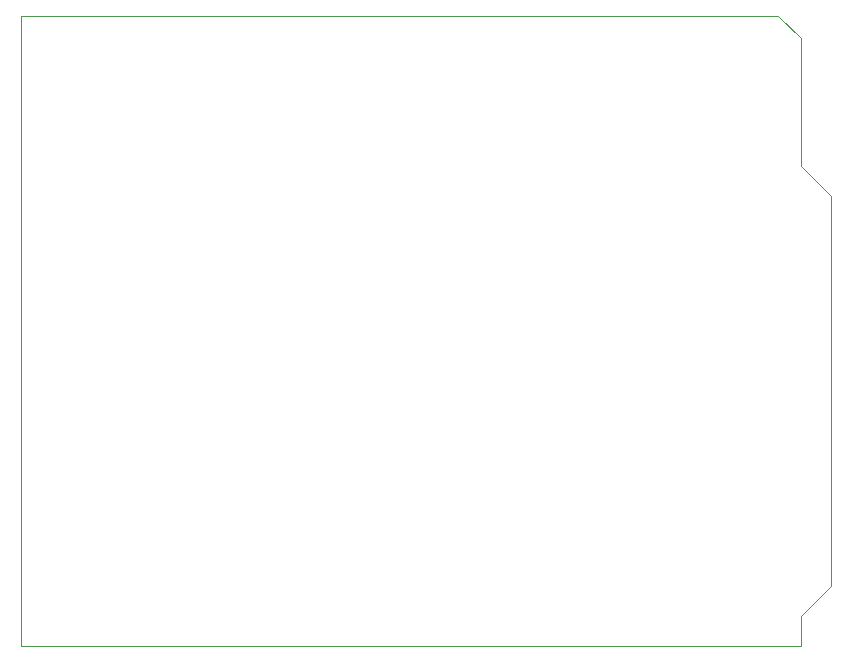
<source format=gbr>
G04 #@! TF.GenerationSoftware,KiCad,Pcbnew,5.1.5-52549c5~84~ubuntu18.04.1*
G04 #@! TF.CreationDate,2020-03-23T11:10:23+00:00*
G04 #@! TF.ProjectId,o2-controller,6f322d63-6f6e-4747-926f-6c6c65722e6b,rev?*
G04 #@! TF.SameCoordinates,Original*
G04 #@! TF.FileFunction,Profile,NP*
%FSLAX46Y46*%
G04 Gerber Fmt 4.6, Leading zero omitted, Abs format (unit mm)*
G04 Created by KiCad (PCBNEW 5.1.5-52549c5~84~ubuntu18.04.1) date 2020-03-23 11:10:23*
%MOMM*%
%LPD*%
G04 APERTURE LIST*
%ADD10C,0.050000*%
G04 APERTURE END LIST*
D10*
X120650000Y-116840000D02*
X120650000Y-63500000D01*
X186690000Y-116840000D02*
X120650000Y-116840000D01*
X186690000Y-114300000D02*
X186690000Y-116840000D01*
X189230000Y-111760000D02*
X186690000Y-114300000D01*
X189230000Y-78740000D02*
X189230000Y-111760000D01*
X186690000Y-76200000D02*
X189230000Y-78740000D01*
X186690000Y-65405000D02*
X186690000Y-76200000D01*
X184785000Y-63500000D02*
X186690000Y-65405000D01*
X120650000Y-63500000D02*
X184785000Y-63500000D01*
M02*

</source>
